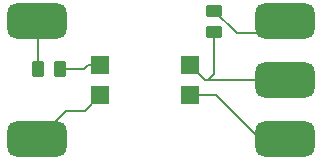
<source format=gtl>
G04 #@! TF.GenerationSoftware,KiCad,Pcbnew,8.0.5*
G04 #@! TF.CreationDate,2024-11-09T17:30:00+01:00*
G04 #@! TF.ProjectId,converter,636f6e76-6572-4746-9572-2e6b69636164,rev?*
G04 #@! TF.SameCoordinates,Original*
G04 #@! TF.FileFunction,Copper,L1,Top*
G04 #@! TF.FilePolarity,Positive*
%FSLAX46Y46*%
G04 Gerber Fmt 4.6, Leading zero omitted, Abs format (unit mm)*
G04 Created by KiCad (PCBNEW 8.0.5) date 2024-11-09 17:30:00*
%MOMM*%
%LPD*%
G01*
G04 APERTURE LIST*
G04 Aperture macros list*
%AMRoundRect*
0 Rectangle with rounded corners*
0 $1 Rounding radius*
0 $2 $3 $4 $5 $6 $7 $8 $9 X,Y pos of 4 corners*
0 Add a 4 corners polygon primitive as box body*
4,1,4,$2,$3,$4,$5,$6,$7,$8,$9,$2,$3,0*
0 Add four circle primitives for the rounded corners*
1,1,$1+$1,$2,$3*
1,1,$1+$1,$4,$5*
1,1,$1+$1,$6,$7*
1,1,$1+$1,$8,$9*
0 Add four rect primitives between the rounded corners*
20,1,$1+$1,$2,$3,$4,$5,0*
20,1,$1+$1,$4,$5,$6,$7,0*
20,1,$1+$1,$6,$7,$8,$9,0*
20,1,$1+$1,$8,$9,$2,$3,0*%
G04 Aperture macros list end*
G04 #@! TA.AperFunction,SMDPad,CuDef*
%ADD10RoundRect,0.750000X-1.750000X-0.750000X1.750000X-0.750000X1.750000X0.750000X-1.750000X0.750000X0*%
G04 #@! TD*
G04 #@! TA.AperFunction,SMDPad,CuDef*
%ADD11R,1.600000X1.600000*%
G04 #@! TD*
G04 #@! TA.AperFunction,SMDPad,CuDef*
%ADD12RoundRect,0.250000X0.450000X-0.262500X0.450000X0.262500X-0.450000X0.262500X-0.450000X-0.262500X0*%
G04 #@! TD*
G04 #@! TA.AperFunction,SMDPad,CuDef*
%ADD13RoundRect,0.250000X0.262500X0.450000X-0.262500X0.450000X-0.262500X-0.450000X0.262500X-0.450000X0*%
G04 #@! TD*
G04 #@! TA.AperFunction,Conductor*
%ADD14C,0.200000*%
G04 #@! TD*
G04 APERTURE END LIST*
D10*
X69000000Y-30000000D03*
X48000000Y-25000000D03*
X69000000Y-35000000D03*
D11*
X53340000Y-28730000D03*
X53340000Y-31270000D03*
X60960000Y-31270000D03*
X60960000Y-28730000D03*
D10*
X48000000Y-35000000D03*
X69000000Y-25000000D03*
D12*
X63000000Y-25912500D03*
X63000000Y-24087500D03*
D13*
X49912500Y-29000000D03*
X48087500Y-29000000D03*
D14*
X48000000Y-25000000D02*
X48087500Y-25087500D01*
X48087500Y-25087500D02*
X48087500Y-29000000D01*
X52010000Y-32600000D02*
X53340000Y-31270000D01*
X50400000Y-32600000D02*
X52010000Y-32600000D01*
X48000000Y-35000000D02*
X50400000Y-32600000D01*
X52000000Y-29000000D02*
X52270000Y-28730000D01*
X52270000Y-28730000D02*
X53340000Y-28730000D01*
X49912500Y-29000000D02*
X52000000Y-29000000D01*
X62500000Y-30000000D02*
X62230000Y-30000000D01*
X62230000Y-30000000D02*
X60960000Y-28730000D01*
X63000000Y-25912500D02*
X63000000Y-29500000D01*
X63000000Y-29500000D02*
X62500000Y-30000000D01*
X69000000Y-30000000D02*
X62500000Y-30000000D01*
X69000000Y-25000000D02*
X68000000Y-26000000D01*
X68000000Y-26000000D02*
X64912500Y-26000000D01*
X64912500Y-26000000D02*
X63000000Y-24087500D01*
X63170000Y-31270000D02*
X60960000Y-31270000D01*
X66900000Y-35000000D02*
X63170000Y-31270000D01*
X69000000Y-35000000D02*
X66900000Y-35000000D01*
M02*

</source>
